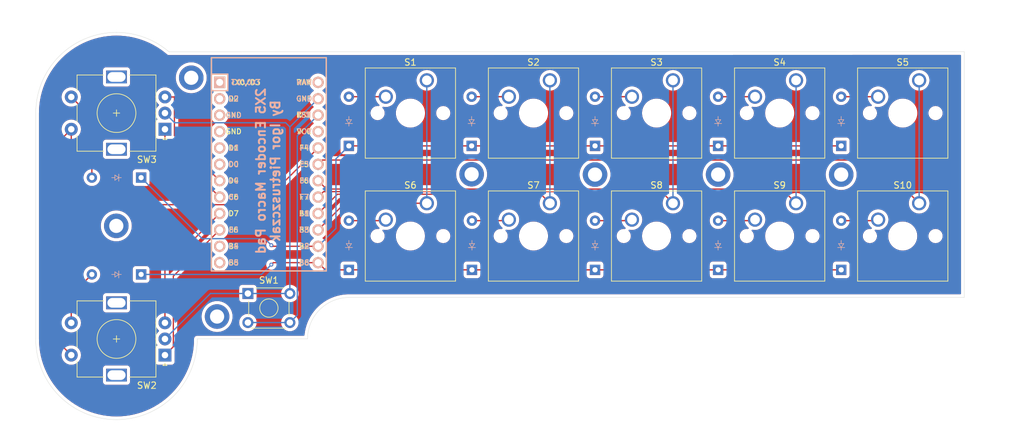
<source format=kicad_pcb>
(kicad_pcb (version 20240108) (generator "pcbnew") (generator_version "8.0")
  (layers (0 "F.Cu" signal) (31 "B.Cu" signal) (34 "B.Paste" user) (35 "F.Paste" user) (36 "B.SilkS" user "B.Silkscreen") (37 "F.SilkS" user "F.Silkscreen") (38 "B.Mask" user) (39 "F.Mask" user) (44 "Edge.Cuts" user))
  (net 0 "")
  (net 1 "ROW 0")
  (net 2 "Net-(D1-A)")
  (net 3 "Net-(D2-A)")
  (net 4 "Net-(D3-A)")
  (net 5 "Net-(D4-A)")
  (net 6 "Net-(D5-A)")
  (net 7 "ROW 1")
  (net 8 "Net-(D6-A)")
  (net 9 "Net-(D7-A)")
  (net 10 "Net-(D8-A)")
  (net 11 "Net-(D9-A)")
  (net 12 "Net-(D10-A)")
  (net 13 "Net-(D11-A)")
  (net 14 "Net-(D12-A)")
  (net 15 "COLUMN 0")
  (net 16 "COLUMN 1")
  (net 17 "COLUMN 2")
  (net 18 "COLUMN 3")
  (net 19 "COLUMN 4")
  (net 20 "RESET")
  (net 21 "GND")
  (net 22 "ENC 2A")
  (net 23 "COLUMN 5")
  (net 24 "ENC 2B")
  (net 25 "ENC 1B")
  (net 26 "ENC 1A")
  (footprint "Button_Switch_Keyboard:SW_Cherry_MX_1.00u_PCB" (layer "F.Cu") (at 154.28 41.77)
    (property "Reference" "S4" (at -2.54 -2.794 0) (layer "F.SilkS"))
    (property "Value" "Keyswitch")
    (fp_line (start -9.525 -1.905) (end 4.445 -1.905) (stroke (width 0.12)) (layer "F.SilkS"))
    (fp_line (start -9.525 12.065) (end -9.525 -1.905) (stroke (width 0.12)) (layer "F.SilkS"))
    (fp_line (start 4.445 -1.905) (end 4.445 12.065) (stroke (width 0.12)) (layer "F.SilkS"))
    (fp_line (start 4.445 12.065) (end -9.525 12.065) (stroke (width 0.12)) (layer "F.SilkS"))
    (pad "" np_thru_hole circle (at -7.62 5.08) (size 1.7 1.7) (drill 1.7) (layers "*.Cu" "*.Mask"))
    (pad "" np_thru_hole circle (at -2.54 5.08) (size 4 4) (drill 4) (layers "*.Cu" "*.Mask"))
    (pad "" np_thru_hole circle (at 2.54 5.08) (size 1.7 1.7) (drill 1.7) (layers "*.Cu" "*.Mask"))
    (pad "1" thru_hole circle (at 0 0) (size 2.2 2.2) (drill 1.5) (layers "*.Cu" "*.Mask") (net 18 "COLUMN 3"))
    (pad "2" thru_hole circle (at -6.35 2.54) (size 2.2 2.2) (drill 1.5) (layers "*.Cu" "*.Mask") (net 5 "Net-(D4-A)"))
  )
  (footprint "MountingHole:MountingHole_2.2mm_M2_DIN965_Pad_TopBottom" (layer "F.Cu") (at 123.165 56.375)
    (property "Reference" "REF**" (hide yes))
    (property "Value" "MountingHole_2.2mm_M2_DIN965_Pad_TopBottom" (hide yes))
    (pad "1" thru_hole circle (at 0 0) (size 2.6 2.6) (drill 2.2) (layers "*.Cu" "*.Mask"))
    (pad "1" connect circle (at 0 0) (size 3.8 3.8) (layers "F.Cu" "F.Mask"))
    (pad "1" connect circle (at 0 0) (size 3.8 3.8) (layers "B.Cu" "B.Mask"))
  )
  (footprint "Button_Switch_Keyboard:SW_Cherry_MX_1.00u_PCB" (layer "F.Cu") (at 97.13 60.82)
    (property "Reference" "S6" (at -2.54 -2.794 0) (layer "F.SilkS"))
    (property "Value" "Keyswitch")
    (fp_line (start -9.525 -1.905) (end 4.445 -1.905) (stroke (width 0.12)) (layer "F.SilkS"))
    (fp_line (start -9.525 12.065) (end -9.525 -1.905) (stroke (width 0.12)) (layer "F.SilkS"))
    (fp_line (start 4.445 -1.905) (end 4.445 12.065) (stroke (width 0.12)) (layer "F.SilkS"))
    (fp_line (start 4.445 12.065) (end -9.525 12.065) (stroke (width 0.12)) (layer "F.SilkS"))
    (pad "" np_thru_hole circle (at -7.62 5.08) (size 1.7 1.7) (drill 1.7) (layers "*.Cu" "*.Mask"))
    (pad "" np_thru_hole circle (at -2.54 5.08) (size 4 4) (drill 4) (layers "*.Cu" "*.Mask"))
    (pad "" np_thru_hole circle (at 2.54 5.08) (size 1.7 1.7) (drill 1.7) (layers "*.Cu" "*.Mask"))
    (pad "1" thru_hole circle (at 0 0) (size 2.2 2.2) (drill 1.5) (layers "*.Cu" "*.Mask") (net 15 "COLUMN 0"))
    (pad "2" thru_hole circle (at -6.35 2.54) (size 2.2 2.2) (drill 1.5) (layers "*.Cu" "*.Mask") (net 8 "Net-(D6-A)"))
  )
  (footprint "Button_Switch_Keyboard:SW_Cherry_MX_1.00u_PCB" (layer "F.Cu") (at 154.28 60.82)
    (property "Reference" "S9" (at -2.54 -2.794 0) (layer "F.SilkS"))
    (property "Value" "Keyswitch")
    (fp_line (start -9.525 -1.905) (end 4.445 -1.905) (stroke (width 0.12)) (layer "F.SilkS"))
    (fp_line (start -9.525 12.065) (end -9.525 -1.905) (stroke (width 0.12)) (layer "F.SilkS"))
    (fp_line (start 4.445 -1.905) (end 4.445 12.065) (stroke (width 0.12)) (layer "F.SilkS"))
    (fp_line (start 4.445 12.065) (end -9.525 12.065) (stroke (width 0.12)) (layer "F.SilkS"))
    (pad "" np_thru_hole circle (at -7.62 5.08) (size 1.7 1.7) (drill 1.7) (layers "*.Cu" "*.Mask"))
    (pad "" np_thru_hole circle (at -2.54 5.08) (size 4 4) (drill 4) (layers "*.Cu" "*.Mask"))
    (pad "" np_thru_hole circle (at 2.54 5.08) (size 1.7 1.7) (drill 1.7) (layers "*.Cu" "*.Mask"))
    (pad "1" thru_hole circle (at 0 0) (size 2.2 2.2) (drill 1.5) (layers "*.Cu" "*.Mask") (net 18 "COLUMN 3"))
    (pad "2" thru_hole circle (at -6.35 2.54) (size 2.2 2.2) (drill 1.5) (layers "*.Cu" "*.Mask") (net 11 "Net-(D9-A)"))
  )
  (footprint "Button_Switch_Keyboard:SW_Cherry_MX_1.00u_PCB" (layer "F.Cu") (at 116.18 60.82)
    (property "Reference" "S7" (at -2.54 -2.794 0) (layer "F.SilkS"))
    (property "Value" "Keyswitch")
    (fp_line (start -9.525 -1.905) (end 4.445 -1.905) (stroke (width 0.12)) (layer "F.SilkS"))
    (fp_line (start -9.525 12.065) (end -9.525 -1.905) (stroke (width 0.12)) (layer "F.SilkS"))
    (fp_line (start 4.445 -1.905) (end 4.445 12.065) (stroke (width 0.12)) (layer "F.SilkS"))
    (fp_line (start 4.445 12.065) (end -9.525 12.065) (stroke (width 0.12)) (layer "F.SilkS"))
    (pad "" np_thru_hole circle (at -7.62 5.08) (size 1.7 1.7) (drill 1.7) (layers "*.Cu" "*.Mask"))
    (pad "" np_thru_hole circle (at -2.54 5.08) (size 4 4) (drill 4) (layers "*.Cu" "*.Mask"))
    (pad "" np_thru_hole circle (at 2.54 5.08) (size 1.7 1.7) (drill 1.7) (layers "*.Cu" "*.Mask"))
    (pad "1" thru_hole circle (at 0 0) (size 2.2 2.2) (drill 1.5) (layers "*.Cu" "*.Mask") (net 16 "COLUMN 1"))
    (pad "2" thru_hole circle (at -6.35 2.54) (size 2.2 2.2) (drill 1.5) (layers "*.Cu" "*.Mask") (net 9 "Net-(D7-A)"))
  )
  (footprint "Button_Switch_Keyboard:SW_Cherry_MX_1.00u_PCB" (layer "F.Cu") (at 173.33 41.77)
    (property "Reference" "S5" (at -2.54 -2.794 0) (layer "F.SilkS"))
    (property "Value" "Keyswitch")
    (fp_line (start -9.525 -1.905) (end 4.445 -1.905) (stroke (width 0.12)) (layer "F.SilkS"))
    (fp_line (start -9.525 12.065) (end -9.525 -1.905) (stroke (width 0.12)) (layer "F.SilkS"))
    (fp_line (start 4.445 -1.905) (end 4.445 12.065) (stroke (width 0.12)) (layer "F.SilkS"))
    (fp_line (start 4.445 12.065) (end -9.525 12.065) (stroke (width 0.12)) (layer "F.SilkS"))
    (pad "" np_thru_hole circle (at -7.62 5.08) (size 1.7 1.7) (drill 1.7) (layers "*.Cu" "*.Mask"))
    (pad "" np_thru_hole circle (at -2.54 5.08) (size 4 4) (drill 4) (layers "*.Cu" "*.Mask"))
    (pad "" np_thru_hole circle (at 2.54 5.08) (size 1.7 1.7) (drill 1.7) (layers "*.Cu" "*.Mask"))
    (pad "1" thru_hole circle (at 0 0) (size 2.2 2.2) (drill 1.5) (layers "*.Cu" "*.Mask") (net 19 "COLUMN 4"))
    (pad "2" thru_hole circle (at -6.35 2.54) (size 2.2 2.2) (drill 1.5) (layers "*.Cu" "*.Mask") (net 6 "Net-(D5-A)"))
  )
  (footprint "MountingHole:MountingHole_2.2mm_M2_DIN965_Pad_TopBottom" (layer "F.Cu") (at 104.065 56.325)
    (property "Reference" "REF**" (hide yes))
    (property "Value" "MountingHole_2.2mm_M2_DIN965_Pad_TopBottom" (hide yes))
    (pad "1" thru_hole circle (at 0 0) (size 2.6 2.6) (drill 2.2) (layers "*.Cu" "*.Mask"))
    (pad "1" connect circle (at 0 0) (size 3.8 3.8) (layers "F.Cu" "F.Mask"))
    (pad "1" connect circle (at 0 0) (size 3.8 3.8) (layers "B.Cu" "B.Mask"))
  )
  (footprint "MountingHole:MountingHole_2.2mm_M2_DIN965_Pad_TopBottom" (layer "F.Cu") (at 161.265 56.375)
    (property "Reference" "REF**" (hide yes))
    (property "Value" "MountingHole_2.2mm_M2_DIN965_Pad_TopBottom" (hide yes))
    (pad "1" thru_hole circle (at 0 0) (size 2.6 2.6) (drill 2.2) (layers "*.Cu" "*.Mask"))
    (pad "1" connect circle (at 0 0) (size 3.8 3.8) (layers "F.Cu" "F.Mask"))
    (pad "1" connect circle (at 0 0) (size 3.8 3.8) (layers "B.Cu" "B.Mask"))
  )
  (footprint "MountingHole:MountingHole_2.2mm_M2_DIN965_Pad_TopBottom" (layer "F.Cu") (at 60.665 41.375)
    (property "Reference" "REF**" (hide yes))
    (property "Value" "MountingHole_2.2mm_M2_DIN965_Pad_TopBottom" (hide yes))
    (pad "1" thru_hole circle (at 0 0) (size 2.6 2.6) (drill 2.2) (layers "*.Cu" "*.Mask"))
    (pad "1" connect circle (at 0 0) (size 3.8 3.8) (layers "F.Cu" "F.Mask"))
    (pad "1" connect circle (at 0 0) (size 3.8 3.8) (layers "B.Cu" "B.Mask"))
  )
  (footprint "Button_Switch_THT:SW_TH_Tactile_Omron_B3F-10xx" (layer "F.Cu") (at 69.4325 74.8075)
    (property "Reference" "SW1" (at 3.25 -2.05 0) (layer "F.SilkS"))
    (property "Value" "SW_DPST_x2")
    (fp_line (start 0.13 3.4) (end 0.13 1.2) (stroke (width 0.12)) (layer "F.SilkS"))
    (fp_line (start 0.6 5.37) (end 5.8 5.37) (stroke (width 0.12)) (layer "F.SilkS"))
    (fp_line (start 1.2 -0.87) (end 5.6 -0.87) (stroke (width 0.12)) (layer "F.SilkS"))
    (fp_line (start 6.37 1.2) (end 6.37 3.4) (stroke (width 0.12)) (layer "F.SilkS"))
    (fp_circle (center 3.25 2.25) (end 4.25 3.25) (stroke (width 0.12)) (fill none) (layer "F.SilkS"))
    (pad "1" thru_hole rect (at 0 0) (size 1.7 1.7) (drill 1) (layers "*.Cu" "*.Mask") (net 21 "GND"))
    (pad "1" thru_hole circle (at 6.5 0) (size 1.7 1.7) (drill 1) (layers "*.Cu" "*.Mask") (net 21 "GND"))
    (pad "2" thru_hole circle (at 0 4.5) (size 1.7 1.7) (drill 1) (layers "*.Cu" "*.Mask") (net 20 "RESET"))
    (pad "2" thru_hole circle (at 6.5 4.5) (size 1.7 1.7) (drill 1) (layers "*.Cu" "*.Mask") (net 20 "RESET"))
  )
  (footprint "MountingHole:MountingHole_2.2mm_M2_DIN965_Pad_TopBottom" (layer "F.Cu") (at 142.215 56.375)
    (property "Reference" "REF**" (hide yes))
    (property "Value" "MountingHole_2.2mm_M2_DIN965_Pad_TopBottom" (hide yes))
    (pad "1" thru_hole circle (at 0 0) (size 2.6 2.6) (drill 2.2) (layers "*.Cu" "*.Mask"))
    (pad "1" connect circle (at 0 0) (size 3.8 3.8) (layers "F.Cu" "F.Mask"))
    (pad "1" connect circle (at 0 0) (size 3.8 3.8) (layers "B.Cu" "B.Mask"))
  )
  (footprint "ScottoKeebs_MCU:Arduino_Pro_Micro" (layer "F.Cu") (at 72.6825 56.0575)
    (property "Reference" "U1" (hide yes))
    (property "Value" "Arduino_Pro_Micro" (hide yes))
    (fp_line (start -8.89 -17.78) (end -8.89 15.24) (stroke (width 0.2)) (layer "B.SilkS"))
    (fp_line (start -8.89 15.24) (end 8.89 15.24) (stroke (width 0.2)) (layer "B.SilkS"))
    (fp_line (start -6.35 -15.24) (end -8.89 -15.24) (stroke (width 0.2)) (layer "B.SilkS"))
    (fp_line (start -6.35 -15.24) (end -6.35 -12.7) (stroke (width 0.2)) (layer "B.SilkS"))
    (fp_line (start -6.35 -12.7) (end -8.89 -12.7) (stroke (width 0.2)) (layer "B.SilkS"))
    (fp_line (start 8.89 -17.78) (end -8.89 -17.78) (stroke (width 0.2)) (layer "B.SilkS"))
    (fp_line (start 8.89 15.24) (end 8.89 -17.78) (stroke (width 0.2)) (layer "B.SilkS"))
    (fp_poly (pts (xy 5.844635 -9.35097) (xy 5.844635 -9.25097) (xy 6.344635 -9.25097) (xy 6.344635 -9.35097)) (stroke (width 0.15)) (fill solid) (layer "B.SilkS"))
    (fp_poly (pts (xy 5.844635 -9.35097) (xy 5.844635 -9.05097) (xy 5.944635 -9.05097) (xy 5.944635 -9.35097)) (stroke (width 0.15)) (fill solid) (layer "B.SilkS"))
    (fp_poly (pts (xy 5.844635 -8.75097) (xy 5.844635 -8.55097) (xy 5.944635 -8.55097) (xy 5.944635 -8.75097)) (stroke (width 0.15)) (fill solid) (layer "B.SilkS"))
    (fp_poly (pts (xy 6.044635 -8.95097) (xy 6.044635 -8.85097) (xy 6.144635 -8.85097) (xy 6.144635 -8.95097)) (stroke (width 0.15)) (fill solid) (layer "B.SilkS"))
    (fp_poly (pts (xy 6.244635 -9.35097) (xy 6.244635 -8.55097) (xy 6.344635 -8.55097) (xy 6.344635 -9.35097)) (stroke (width 0.15)) (fill solid) (layer "B.SilkS"))
    (fp_line (start -8.89 -17.78) (end -8.89 15.24) (stroke (width 0.2)) (layer "F.SilkS"))
    (fp_line (start -8.89 15.24) (end 8.89 15.24) (stroke (width 0.2)) (layer "F.SilkS"))
    (fp_line (start -6.35 -15.24) (end -8.89 -15.24) (stroke (width 0.2)) (layer "F.SilkS"))
    (fp_line (start -6.35 -15.24) (end -6.35 -12.7) (stroke (width 0.2)) (layer "F.SilkS"))
    (fp_line (start -6.35 -12.7) (end -8.89 -12.7) (stroke (width 0.2)) (layer "F.SilkS"))
    (fp_line (start 8.89 -17.78) (end -8.89 -17.78) (stroke (width 0.2)) (layer "F.SilkS"))
    (fp_line (start 8.89 15.24) (end 8.89 -17.78) (stroke (width 0.2)) (layer "F.SilkS"))
    (fp_poly (pts (xy 4.531568 -9.36064) (xy 4.531568 -8.56064) (xy 4.431568 -8.56064) (xy 4.431568 -9.36064)) (stroke (width 0.15)) (fill solid) (layer "F.SilkS"))
    (fp_poly (pts (xy 4.731568 -8.96064) (xy 4.731568 -8.86064) (xy 4.631568 -8.86064) (xy 4.631568 -8.96064)) (stroke (width 0.15)) (fill solid) (layer "F.SilkS"))
    (fp_poly (pts (xy 4.931568 -9.36064) (xy 4.931568 -9.26064) (xy 4.431568 -9.26064) (xy 4.431568 -9.36064)) (stroke (width 0.15)) (fill solid) (layer "F.SilkS"))
    (fp_poly (pts (xy 4.931568 -9.36064) (xy 4.931568 -9.06064) (xy 4.831568 -9.06064) (xy 4.831568 -9.36064)) (stroke (width 0.15)) (fill solid) (layer "F.SilkS"))
    (fp_poly (pts (xy 4.931568 -8.76064) (xy 4.931568 -8.56064) (xy 4.831568 -8.56064) (xy 4.831568 -8.76064)) (stroke (width 0.15)) (fill solid) (layer "F.SilkS"))
    (fp_text user "VCC" (at 5.461 -6.35 0) (layer "B.SilkS") (effects (font (size 0.8 0.8)) (justify mirror)))
    (fp_text user "D4" (at -5.461 1.27 0) (layer "B.SilkS") (effects (font (size 0.8 0.8)) (justify mirror)))
    (fp_text user "B2" (at 5.461 11.43 0) (layer "B.SilkS") (effects (font (size 0.8 0.8)) (justify mirror)))
    (fp_text user "RAW" (at 5.461 -13.97 0) (layer "B.SilkS") (effects (font (size 0.8 0.8)) (justify mirror)))
    (fp_text user "B1" (at 5.461 6.35 0) (layer "B.SilkS") (effects (font (size 0.8 0.8)) (justify mirror)))
    (fp_text user "D1" (at -5.461 -3.81 0) (layer "B.SilkS") (effects (font (size 0.8 0.8)) (justify mirror)))
    (fp_text user "B4" (at -5.461 11.43 0) (layer "B.SilkS") (effects (font (size 0.8 0.8)) (justify mirror)))
    (fp_text user "F4" (at 5.461 -3.81 0) (layer "B.SilkS") (effects (font (size 0.8 0.8)) (justify mirror)))
    (fp_text user "C6" (at -5.461 3.81 0) (layer "B.SilkS") (effects (font (size 0.8 0.8)) (justify mirror)))
    (fp_text user "TX0/D3" (at -3.571872 -13.97 0) (layer "B.SilkS") (effects (font (size 0.8 0.8)) (justify mirror)))
    (fp_text user "GND" (at 5.461 -11.43 0) (layer "B.SilkS") (effects (font (size 0.8 0.8)) (justify mirror)))
    (fp_text user "D2" (at -5.461 -11.43 0) (layer "B.SilkS") (effects (font (size 0.8 0.8)) (justify mirror)))
    (fp_text user "F5" (at 5.461 -1.27 0) (layer "B.SilkS") (effects (font (size 0.8 0.8)) (justify mirror)))
    (fp_text user "F6" (at 5.461 1.27 0) (layer "B.SilkS") (effects (font (size 0.8 0.8)) (justify mirror)))
    (fp_text user "B3" (at 5.461 8.89 0) (layer "B.SilkS") (effects (font (size 0.8 0.8)) (justify mirror)))
    (fp_text user "F7" (at 5.461 3.81 0) (layer "B.SilkS") (effects (font (size 0.8 0.8)) (justify mirror)))
    (fp_text user "ST" (at 5.04 -8.91 0) (layer "B.SilkS") (effects (font (size 0.8 0.8)) (justify mirror)))
    (fp_text user "D0" (at -5.461 -1.27 0) (layer "B.SilkS") (effects (font (size 0.8 0.8)) (justify mirror)))
    (fp_text user "GND" (at -5.461 -8.89 0) (layer "B.SilkS") (effects (font (size 0.8 0.8)) (justify mirror)))
    (fp_text user "E6" (at -5.461 8.89 0) (layer "B.SilkS") (effects (font (size 0.8 0.8)) (justify mirror)))
    (fp_text user "B6" (at 5.461 13.97 0) (layer "B.SilkS") (effects (font (size 0.8 0.8)) (justify mirror)))
    (fp_text user "B5" (at -5.461 13.97 0) (layer "B.SilkS") (effects (font (size 0.8 0.8)) (justify mirror)))
    (fp_text user "B1" (at 5.461 6.35 0) (layer "F.SilkS") (effects (font (size 0.8 0.8))))
    (fp_text user "C6" (at -5.461 3.81 0) (layer "F.SilkS") (effects (font (size 0.8 0.8))))
    (fp_text user "VCC" (at 5.461 -6.35 0) (layer "F.SilkS") (effects (font (size 0.8 0.8))))
    (fp_text user "F4" (at 5.461 -3.81 0) (layer "F.SilkS") (effects (font (size 0.8 0.8))))
    (fp_text user "ST" (at 5.73312 -8.92 0) (layer "F.SilkS") (effects (font (size 0.8 0.8))))
    (fp_text user "B6" (at 5.461 13.97 0) (layer "F.SilkS") (effects (font (size 0.8 0.8))))
    (fp_text user "D1" (at -5.461 -3.81 0) (layer "F.SilkS") (effects (font (size 0.8 0.8))))
    (fp_text user "F6" (at 5.461 1.27 0) (layer "F.SilkS") (effects (font (size 0.8 0.8))))
    (fp_text user "GND" (at -5.461 -6.35 0) (layer "F.SilkS") (effects (font (size 0.8 0.8))))
    (fp_text user "GND" (at -5.461 -8.89 0) (layer "F.SilkS") (effects (font (size 0.8 0.8))))
    (fp_text user "TX0/D3" (at -3.571872 -13.97 0) (layer "F.SilkS") (effects (font (size 0.8 0.8))))
    (fp_text user "D4" (at -5.461 1.27 0) (layer "F.SilkS") (effects (font (size 0.8 0.8))))
    (fp_text user "D2" (at -5.461 -11.43 0) (layer "F.SilkS") (effects (font (size 0.8 0.8))))
    (fp_text user "D7" (at -5.461 6.35 0) (layer "F.SilkS") (effects (font (size 0.8 0.8))))
    (fp_text user "RAW" (at 5.461 -13.97 0) (layer "F.SilkS") (effects (font (size 0.8 0.8))))
    (fp_text user "D0" (at -5.461 -1.27 0) (layer "F.SilkS") (effects (font (size 0.8 0.8))))
    (fp_text user "B5" (at -5.461 13.97 0) (layer "F.SilkS") (effects (font (size 0.8 0.8))))
    (fp_text user "B4" (at -5.461 11.43 0) (layer "F.SilkS") (effects (font (size 0.8 0.8))))
    (fp_text user "F7" (at 5.461 3.81 0) (layer "F.SilkS") (effects (font (size 0.8 0.8))))
    (fp_text user "F5" (at 5.461 -1.27 0) (layer "F.SilkS") (effects (font (size 0.8 0.8))))
    (fp_text user "E6" (at -5.461 8.89 0) (layer "F.SilkS") (effects (font (size 0.8 0.8))))
    (fp_text user "B3" (at 5.461 8.89 0) (layer "F.SilkS") (effects (font (size 0.8 0.8))))
    (fp_text user "B2" (at 5.461 11.43 0) (layer "F.SilkS") (effects (font (size 0.8 0.8))))
    (fp_text user "GND" (at 5.461 -11.43 0) (layer "F.SilkS") (effects (font (size 0.8 0.8))))
    (pad "1" thru_hole rect (at -7.62 -13.97 270) (size 1.7526 1.7526) (drill 1.0922) (layers "*.Cu" "*.SilkS" "*.Mask"))
    (pad "2" thru_hole circle (at -7.62 -11.43 270) (size 1.7526 1.7526) (drill 1.0922) (layers "*.Cu" "*.SilkS" "*.Mask"))
    (pad "3" thru_hole circle (at -7.62 -8.89 270) (size 1.7526 1.7526) (drill 1.0922) (layers "*.Cu" "*.SilkS" "*.Mask"))
    (pad "4" thru_hole circle (at -7.62 -6.35 270) (size 1.7526 1.7526) (drill 1.0922) (layers "*.Cu" "*.SilkS" "*.Mask"))
    (pad "5" thru_hole circle (at -7.62 -3.81 270) (size 1.7526 1.7526) (drill 1.0922) (layers "*.Cu" "*.SilkS" "*.Mask"))
    (pad "6" thru_hole circle (at -7.62 -1.27 270) (size 1.7526 1.7526) (drill 1.0922) (layers "*.Cu" "*.SilkS" "*.Mask"))
    (pad "7" thru_hole circle (at -7.62 1.27 270) (size 1.7526 1.7526) (drill 1.0922) (layers "*.Cu" "*.SilkS" "*.Mask") (net 25 "ENC 1B"))
    (pad "8" thru_hole circle (at -7.62 3.81 270) (size 1.7526 1.7526) (drill 1.0922) (layers "*.Cu" "*.SilkS" "*.Mask") (net 26 "ENC 1A"))
    (pad "9" thru_hole circle (at -7.62 6.35 270) (size 1.7526 1.7526) (drill 1.0922) (layers "*.Cu" "*.SilkS" "*.Mask") (net 24 "ENC 2B"))
    (pad "10" thru_hole circle (at -7.62 8.89 270) (size 1.7526 1.7526) (drill 1.0922) (layers "*.Cu" "*.SilkS" "*.Mask") (net 22 "ENC 2A"))
    (pad "11" thru_hole circle (at -7.62 11.43 270) (size 1.7526 1.7526) (drill 1.0922) (layers "*.Cu" "*.SilkS" "*.Mask"))
    (pad "12" thru_hole circle (at -7.62 13.97 270) (size 1.7526 1.7526) (drill 1.0922) (layers "*.Cu" "*.SilkS" "*.Mask"))
    (pad "13" thru_hole circle (at 7.62 13.97 270) (size 1.7526 1.7526) (drill 1.0922) (layers "*.Cu" "*.SilkS" "*.Mask") (net 7 "ROW 1"))
    (pad "14" thru_hole circle (at 7.62 11.43 270) (size 1.7526 1.7526) (drill 1.0922) (layers "*.Cu" "*.SilkS" "*.Mask") (net 1 "ROW 0"))
    (pad "15" thru_hole circle (at 7.62 8.89 270) (size 1.7526 1.7526) (drill 1.0922) (layers "*.Cu" "*.SilkS" "*.Mask") (net 15 "COLUMN 0"))
    (pad "16" thru_hole circle (at 7.62 6.35 270) (size 1.7526 1.7526) (drill 1.0922) (layers "*.Cu" "*.SilkS" "*.Mask") (net 16 "COLUMN 1"))
    (pad "17" thru_hole circle (at 7.62 3.81 270) (size 1.7526 1.7526) (drill 1.0922) (layers "*.Cu" "*.SilkS" "*.Mask") (net 17 "COLUMN 2"))
    (pad "18" thru_hole circle (at 7.62 1.27 270) (size 1.7526 1.7526) (drill 1.0922) (layers "*.Cu" "*.SilkS" "*.Mask") (net 18 "COLUMN 3"))
    (pad "19" thru_hole circle (at 7.62 -1.27 270) (size 1.7526 1.7526) (drill 1.0922) (layers "*.Cu" "*.SilkS" "*.Mask") (net 19 "COLUMN 4"))
    (pad "20" thru_hole circle (at 7.62 -3.81 270) (size 1.7526 1.7526) (drill 1.0922) (layers "*.Cu" "*.SilkS" "*.Mask") (net 23 "COLUMN 5"))
    (pad "21" thru_hole circle (at 7.62 -6.35 270) (size 1.7526 1.7526) (drill 1.0922) (layers "*.Cu" "*.SilkS" "*.Mask"))
    (pad "22" thru_hole circle (at 7.62 -8.89 270) (size 1.7526 1.7526) (drill 1.0922) (layers "*.Cu" "*.SilkS" "*.Mask") (net 20 "RESET"))
    (pad "23" thru_hole circle (at 7.62 -11.43 270) (size 1.7526 1.7526) (drill 1.0922) (layers "*.Cu" "*.SilkS" "*.Mask") (net 21 "GND"))
    (pad "24" thru_hole circle (at 7.62 -13.97 270) (size 1.7526 1.7526) (drill 1.0922) (layers "*.Cu" "*.SilkS" "*.Mask"))
  )
  (footprint "MountingHole:MountingHole_2.2mm_M2_DIN965_Pad_TopBottom" (layer "F.Cu") (at 64.665 78.375)
    (property "Reference" "REF**" (hide yes))
    (property "Value" "MountingHole_2.2mm_M2_DIN965_Pad_TopBottom" (hide yes))
    (pad "1" thru_hole circle (at 0 0) (size 2.6 2.6) (drill 2.2) (layers "*.Cu" "*.Mask"))
    (pad "1" connect circle (at 0 0) (size 3.8 3.8) (layers "F.Cu" "F.Mask"))
    (pad "1" connect circle (at 0 0) (size 3.8 3.8) (layers "B.Cu" "B.Mask"))
  )
  (footprint "Button_Switch_Keyboard:SW_Cherry_MX_1.00u_PCB" (layer "F.Cu") (at 97.13 41.77)
    (property "Reference" "S1" (at -2.54 -2.794 0) (layer "F.SilkS"))
    (property "Value" "Keyswitch")
    (fp_line (start -9.525 -1.905) (end 4.445 -1.905) (stroke (width 0.12)) (layer "F.SilkS"))
    (fp_line (start -9.525 12.065) (end -9.525 -1.905) (stroke (width 0.12)) (layer "F.SilkS"))
    (fp_line (start 4.445 -1.905) (end 4.445 12.065) (stroke (width 0.12)) (layer "F.SilkS"))
    (fp_line (start 4.445 12.065) (end -9.525 12.065) (stroke (width 0.12)) (layer "F.SilkS"))
    (pad "" np_thru_hole circle (at -7.62 5.08) (size 1.7 1.7) (drill 1.7) (layers "*.Cu" "*.Mask"))
    (pad "" np_thru_hole circle (at -2.54 5.08) (size 4 4) (drill 4) (layers "*.Cu" "*.Mask"))
    (pad "" np_thru_hole circle (at 2.54 5.08) (size 1.7 1.7) (drill 1.7) (layers "*.Cu" "*.Mask"))
    (pad "1" thru_hole circle (at 0 0) (size 2.2 2.2) (drill 1.5) (layers "*.Cu" "*.Mask") (net 15 "COLUMN 0"))
    (pad "2" thru_hole circle (at -6.35 2.54) (size 2.2 2.2) (drill 1.5) (layers "*.Cu" "*.Mask") (net 2 "Net-(D1-A)"))
  )
  (footprint "Rotary_Encoder:RotaryEncoder_Alps_EC11E-Switch_Vertical_H20mm" (layer "F.Cu") (at 56.59625 49.35 180)
    (property "Reference" "SW3" (at 2.8 -4.7 180) (layer "F.SilkS"))
    (property "Value" "RotaryEncoder_Switch")
    (fp_line (start 13.6 8.4) (end 9.5 8.4) (stroke (width 0.12)) (layer "F.SilkS"))
    (fp_line (start 13.6 6) (end 13.6 8.4) (stroke (width 0.12)) (layer "F.SilkS"))
    (fp_line (start 13.6 1.2) (end 13.6 3.8) (stroke (width 0.12)) (layer "F.SilkS"))
    (fp_line (start 13.6 -3.4) (end 13.6 -1) (stroke (width 0.12)) (layer "F.SilkS"))
    (fp_line (start 9.5 -3.4) (end 13.6 -3.4) (stroke (width 0.12)) (layer "F.SilkS"))
    (fp_line (start 7.5 2) (end 7.5 3) (stroke (width 0.12)) (layer "F.SilkS"))
    (fp_line (start 7 2.5) (end 8 2.5) (stroke (width 0.12)) (layer "F.SilkS"))
    (fp_line (start 5.5 8.4) (end 1.4 8.4) (stroke (width 0.12)) (layer "F.SilkS"))
    (fp_line (start 5.5 -3.4) (end 1.4 -3.4) (stroke (width 0.12)) (layer "F.SilkS"))
    (fp_line (start 1.4 -3.4) (end 1.4 8.4) (stroke (width 0.12)) (layer "F.SilkS"))
    (fp_line (start 0.3 -1.6) (end 0 -1.3) (stroke (width 0.12)) (layer "F.SilkS"))
    (fp_line (start 0 -1.3) (end -0.3 -1.6) (stroke (width 0.12)) (layer "F.SilkS"))
    (fp_line (start -0.3 -1.6) (end 0.3 -1.6) (stroke (width 0.12)) (layer "F.SilkS"))
    (fp_circle (center 7.5 2.5) (end 10.5 2.5) (stroke (width 0.12)) (fill none) (layer "F.SilkS"))
    (pad "A" thru_hole rect (at 0 0 180) (size 2 2) (drill 1) (layers "*.Cu" "*.Mask") (net 26 "ENC 1A"))
    (pad "B" thru_hole circle (at 0 5 180) (size 2 2) (drill 1) (layers "*.Cu" "*.Mask") (net 25 "ENC 1B"))
    (pad "C" thru_hole circle (at 0 2.5 180) (size 2 2) (drill 1) (layers "*.Cu" "*.Mask") (net 21 "GND"))
    (pad "MP" thru_hole rect (at 7.5 -3.1 180) (size 3.2 2) (drill oval 2.8 1.5) (layers "*.Cu" "*.Mask"))
    (pad "MP" thru_hole rect (at 7.5 8.1 180) (size 3.2 2) (drill oval 2.8 1.5) (layers "*.Cu" "*.Mask"))
    (pad "S1" thru_hole circle (at 14.5 5 180) (size 2 2) (drill 1) (layers "*.Cu" "*.Mask") (net 13 "Net-(D11-A)"))
    (pad "S2" thru_hole circle (at 14.5 0 180) (size 2 2) (drill 1) (layers "*.Cu" "*.Mask") (net 23 "COLUMN 5"))
  )
  (footprint "Button_Switch_Keyboard:SW_Cherry_MX_1.00u_PCB" (layer "F.Cu") (at 116.18 41.77)
    (property "Reference" "S2" (at -2.54 -2.794 0) (layer "F.SilkS"))
    (property "Value" "Keyswitch")
    (fp_line (start -9.525 -1.905) (end 4.445 -1.905) (stroke (width 0.12)) (layer "F.SilkS"))
    (fp_line (start -9.525 12.065) (end -9.525 -1.905) (stroke (width 0.12)) (layer "F.SilkS"))
    (fp_line (start 4.445 -1.905) (end 4.445 12.065) (stroke (width 0.12)) (layer "F.SilkS"))
    (fp_line (start 4.445 12.065) (end -9.525 12.065) (stroke (width 0.12)) (layer "F.SilkS"))
    (pad "" np_thru_hole circle (at -7.62 5.08) (size 1.7 1.7) (drill 1.7) (layers "*.Cu" "*.Mask"))
    (pad "" np_thru_hole circle (at -2.54 5.08) (size 4 4) (drill 4) (layers "*.Cu" "*.Mask"))
    (pad "" np_thru_hole circle (at 2.54 5.08) (size 1.7 1.7) (drill 1.7) (layers "*.Cu" "*.Mask"))
    (pad "1" thru_hole circle (at 0 0) (size 2.2 2.2) (drill 1.5) (layers "*.Cu" "*.Mask") (net 16 "COLUMN 1"))
    (pad "2" thru_hole circle (at -6.35 2.54) (size 2.2 2.2) (drill 1.5) (layers "*.Cu" "*.Mask") (net 3 "Net-(D2-A)"))
  )
  (footprint "MountingHole:MountingHole_2.2mm_M2_DIN965_Pad_TopBottom" (layer "F.Cu") (at 49.065 64.325)
    (property "Reference" "REF**" (hide yes))
    (property "Value" "MountingHole_2.2mm_M2_DIN965_Pad_TopBottom" (hide yes))
    (pad "1" thru_hole circle (at 0 0) (size 2.6 2.6) (drill 2.2) (layers "*.Cu" "*.Mask"))
    (pad "1" connect circle (at 0 0) (size 3.8 3.8) (layers "F.Cu" "F.Mask"))
    (pad "1" connect circle (at 0 0) (size 3.8 3.8) (layers "B.Cu" "B.Mask"))
  )
  (footprint "Rotary_Encoder:RotaryEncoder_Alps_EC11E-Switch_Vertical_H20mm" (layer "F.Cu") (at 56.59625 84.35 180)
    (property "Reference" "SW2" (at 2.8 -4.7 180) (layer "F.SilkS"))
    (property "Value" "RotaryEncoder_Switch")
    (fp_line (start 13.6 8.4) (end 9.5 8.4) (stroke (width 0.12)) (layer "F.SilkS"))
    (fp_line (start 13.6 6) (end 13.6 8.4) (stroke (width 0.12)) (layer "F.SilkS"))
    (fp_line (start 13.6 1.2) (end 13.6 3.8) (stroke (width 0.12)) (layer "F.SilkS"))
    (fp_line (start 13.6 -3.4) (end 13.6 -1) (stroke (width 0.12)) (layer "F.SilkS"))
    (fp_line (start 9.5 -3.4) (end 13.6 -3.4) (stroke (width 0.12)) (layer "F.SilkS"))
    (fp_line (start 7.5 2) (end 7.5 3) (stroke (width 0.12)) (layer "F.SilkS"))
    (fp_line (start 7 2.5) (end 8 2.5) (stroke (width 0.12)) (layer "F.SilkS"))
    (fp_line (start 5.5 8.4) (end 1.4 8.4) (stroke (width 0.12)) (layer "F.SilkS"))
    (fp_line (start 5.5 -3.4) (end 1.4 -3.4) (stroke (width 0.12)) (layer "F.SilkS"))
    (fp_line (start 1.4 -3.4) (end 1.4 8.4) (stroke (width 0.12)) (layer "F.SilkS"))
    (fp_line (start 0.3 -1.6) (end 0 -1.3) (stroke (width 0.12)) (layer "F.SilkS"))
    (fp_line (start 0 -1.3) (end -0.3 -1.6) (stroke (width 0.12)) (layer "F.SilkS"))
    (fp_line (start -0.3 -1.6) (end 0.3 -1.6) (stroke (width 0.12)) (layer "F.SilkS"))
    (fp_circle (center 7.5 2.5) (end 10.5 2.5) (stroke (width 0.12)) (fill none) (layer "F.SilkS"))
    (pad "A" thru_hole rect (at 0 0 180) (size 2 2) (drill 1) (layers "*.Cu" "*.Mask") (net 22 "ENC 2A"))
    (pad "B" thru_hole circle (at 0 5 180) (size 2 2) (drill 1) (layers "*.Cu" "*.Mask") (net 24 "ENC 2B"))
    (pad "C" thru_hole circle (at 0 2.5 180) (size 2 2) (drill 1) (layers "*.Cu" "*.Mask") (net 21 "GND"))
    (pad "MP" thru_hole rect (at 7.5 -3.1 180) (size 3.2 2) (drill oval 2.8 1.5) (layers "*.Cu" "*.Mask"))
    (pad "MP" thru_hole rect (at 7.5 8.1 180) (size 3.2 2) (drill oval 2.8 1.5) (layers "*.Cu" "*.Mask"))
    (pad "S1" thru_hole circle (at 14.5 5 180) (size 2 2) (drill 1) (layers "*.Cu" "*.Mask") (net 14 "Net-(D12-A)"))
    (pad "S2" thru_hole circle (at 14.5 0 180) (size 2 2) (drill 1) (layers "*.Cu" "*.Mask") (net 23 "COLUMN 5"))
  )
  (footprint "Button_Switch_Keyboard:SW_Cherry_MX_1.00u_PCB" (layer "F.Cu") (at 135.23 41.77)
    (property "Reference" "S3" (at -2.54 -2.794 0) (layer "F.SilkS"))
    (property "Value" "Keyswitch")
    (fp_line (start -9.525 -1.905) (end 4.445 -1.905) (stroke (width 0.12)) (layer "F.SilkS"))
    (fp_line (start -9.525 12.065) (end -9.525 -1.905) (stroke (width 0.12)) (layer "F.SilkS"))
    (fp_line (start 4.445 -1.905) (end 4.445 12.065) (stroke (width 0.12)) (layer "F.SilkS"))
    (fp_line (start 4.445 12.065) (end -9.525 12.065) (stroke (width 0.12)) (layer "F.SilkS"))
    (pad "" np_thru_hole circle (at -7.62 5.08) (size 1.7 1.7) (drill 1.7) (layers "*.Cu" "*.Mask"))
    (pad "" np_thru_hole circle (at -2.54 5.08) (size 4 4) (drill 4) (layers "*.Cu" "*.Mask"))
    (pad "" np_thru_hole circle (at 2.54 5.08) (size 1.7 1.7) (drill 1.7) (layers "*.Cu" "*.Mask"))
    (pad "1" thru_hole circle (at 0 0) (size 2.2 2.2) (drill 1.5) (layers "*.Cu" "*.Mask") (net 17 "COLUMN 2"))
    (pad "2" thru_hole circle (at -6.35 2.54) (size 2.2 2.2) (drill 1.5) (layers "*.Cu" "*.Mask") (net 4 "Net-(D3-A)"))
  )
  (footprint "Button_Switch_Keyboard:SW_Cherry_MX_1.00u_PCB" (layer "F.Cu") (at 135.23 60.82)
    (property "Reference" "S8" (at -2.54 -2.794 0) (layer "F.SilkS"))
    (property "Value" "Keyswitch")
    (fp_line (start -9.525 -1.905) (end 4.445 -1.905) (stroke (width 0.12)) (layer "F.SilkS"))
    (fp_line (start -9.525 12.065) (end -9.525 -1.905) (stroke (width 0.12)) (layer "F.SilkS"))
    (fp_line (start 4.445 -1.905) (end 4.445 12.065) (stroke (width 0.12)) (layer "F.SilkS"))
    (fp_line (start 4.445 12.065) (end -9.525 12.065) (stroke (width 0.12)) (layer "F.SilkS"))
    (pad "" np_thru_hole circle (at -7.62 5.08) (size 1.7 1.7) (drill 1.7) (layers "*.Cu" "*.Mask"))
    (pad "" np_thru_hole circle (at -2.54 5.08) (size 4 4) (drill 4) (layers "*.Cu" "*.Mask"))
    (pad "" np_thru_hole circle (at 2.54 5.08) (size 1.7 1.7) (drill 1.7) (layers "*.Cu" "*.Mask"))
    (pad "1" thru_hole circle (at 0 0) (size 2.2 2.2) (drill 1.5) (layers "*.Cu" "*.Mask") (net 17 "COLUMN 2"))
    (pad "2" thru_hole circle (at -6.35 2.54) (size 2.2 2.2) (drill 1.5) (layers "*.Cu" "*.Mask") (net 10 "Net-(D8-A)"))
  )
  (footprint "Button_Switch_Keyboard:SW_Cherry_MX_1.00u_PCB" (layer "F.Cu") (at 173.33 60.82)
    (property "Reference" "S10" (at -2.54 -2.794 0) (layer "F.SilkS"))
    (property "Value" "Keyswitch")
    (fp_line (start -9.525 -1.905) (end 4.445 -1.905) (stroke (width 0.12)) (layer "F.SilkS"))
    (fp_line (start -9.525 12.065) (end -9.525 -1.905) (stroke (width 0.12)) (layer "F.SilkS"))
    (fp_line (start 4.445 -1.905) (end 4.445 12.065) (stroke (width 0.12)) (layer "F.SilkS"))
    (fp_line (start 4.445 12.065) (end -9.525 12.065) (stroke (width 0.12)) (layer "F.SilkS"))
    (pad "" np_thru_hole circle (at -7.62 5.08) (size 1.7 1.7) (drill 1.7) (layers "*.Cu" "*.Mask"))
    (pad "" np_thru_hole circle (at -2.54 5.08) (size 4 4) (drill 4) (layers "*.Cu" "*.Mask"))
    (pad "" np_thru_hole circle (at 2.54 5.08) (size 1.7 1.7) (drill 1.7) (layers "*.Cu" "*.Mask"))
    (pad "1" thru_hole circle (at 0 0) (size 2.2 2.2) (drill 1.5) (layers "*.Cu" "*.Mask") (net 19 "COLUMN 4"))
    (pad "2" thru_hole circle (at -6.35 2.54) (size 2.2 2.2) (drill 1.5) (layers "*.Cu" "*.Mask") (net 12 "Net-(D10-A)"))
  )
  (footprint "ScottoKeebs_Components:Diode_DO-35" (layer "B.Cu") (at 161.265 71.13875 90)
    (property "Reference" "D10" (hide yes))
    (property "Value" "D" (hide yes))
    (fp_line (start 3.46 -0.55) (end 3.46 0.55) (stroke (width 0.1)) (layer "B.SilkS"))
    (fp_line (start 4.06 -0.4) (end 4.06 0.4) (stroke (width 0.1)) (layer "B.SilkS"))
    (fp_line (start 4.56 0) (end 4.06 0) (stroke (width 0.1)) (layer "B.SilkS"))
    (fp_line (start 3.46 0) (end 4.06 -0.4) (stroke (width 0.1)) (layer "B.SilkS"))
    (fp_line (start 3.46 0) (end 3.06 0) (stroke (width 0.1)) (layer "B.SilkS"))
    (fp_line (start 4.06 0.4) (end 3.46 0) (stroke (width 0.1)) (layer "B.SilkS"))
    (pad "1" thru_hole rect (at 0 0 90) (size 1.6 1.6) (drill 0.8) (layers "*.Cu" "*.Mask") (net 7 "ROW 1"))
    (pad "2" thru_hole oval (at 7.62 0 90) (size 1.6 1.6) (drill 0.8) (layers "*.Cu" "*.Mask") (net 12 "Net-(D10-A)"))
  )
  (footprint "ScottoKeebs_Components:Diode_DO-35" (layer "B.Cu") (at 85.065 71.13875 90)
    (property "Reference" "D6" (hide yes))
    (property "Value" "D" (hide yes))
    (fp_line (start 3.46 -0.55) (end 3.46 0.55) (stroke (width 0.1)) (layer "B.SilkS"))
    (fp_line (start 4.06 -0.4) (end 4.06 0.4) (stroke (width 0.1)) (layer "B.SilkS"))
    (fp_line (start 4.56 0) (end 4.06 0) (stroke (width 0.1)) (layer "B.SilkS"))
    (fp_line (start 3.46 0) (end 4.06 -0.4) (stroke (width 0.1)) (layer "B.SilkS"))
    (fp_line (start 3.46 0) (end 3.06 0) (stroke (width 0.1)) (layer "B.SilkS"))
    (fp_line (start 4.06 0.4) (end 3.46 0) (stroke (width 0.1)) (layer "B.SilkS"))
    (pad "1" thru_hole rect (at 0 0 90) (size 1.6 1.6) (drill 0.8) (layers "*.Cu" "*.Mask") (net 7 "ROW 1"))
    (pad "2" thru_hole oval (at 7.62 0 90) (size 1.6 1.6) (drill 0.8) (layers "*.Cu" "*.Mask") (net 8 "Net-(D6-A)"))
  )
  (footprint "ScottoKeebs_Components:Diode_DO-35" (layer "B.Cu") (at 104.115 71.13875 90)
    (property "Reference" "D7" (hide yes))
    (property "Value" "D" (hide yes))
    (fp_line (start 3.46 -0.55) (end 3.46 0.55) (stroke (width 0.1)) (layer "B.SilkS"))
    (fp_line (start 4.06 -0.4) (end 4.06 0.4) (stroke (width 0.1)) (layer "B.SilkS"))
    (fp_line (start 4.56 0) (end 4.06 0) (stroke (width 0.1)) (layer "B.SilkS"))
    (fp_line (start 3.46 0) (end 4.06 -0.4) (stroke (width 0.1)) (layer "B.SilkS"))
    (fp_line (start 3.46 0) (end 3.06 0) (stroke (width 0.1)) (layer "B.SilkS"))
    (fp_line (start 4.06 0.4) (end 3.46 0) (stroke (width 0.1)) (layer "B.SilkS"))
    (pad "1" thru_hole rect (at 0 0 90) (size 1.6 1.6) (drill 0.8) (layers "*.Cu" "*.Mask") (net 7 "ROW 1"))
    (pad "2" thru_hole oval (at 7.62 0 90) (size 1.6 1.6) (drill 0.8) (layers "*.Cu" "*.Mask") (net 9 "Net-(D7-A)"))
  )
  (footprint "ScottoKeebs_Components:Diode_DO-35" (layer "B.Cu") (at 85.065 51.93 90)
    (property "Reference" "D1" (hide yes))
    (property "Value" "D" (hide yes))
    (fp_line (start 3.46 -0.55) (end 3.46 0.55) (stroke (width 0.1)) (layer "B.SilkS"))
    (fp_line (start 4.06 -0.4) (end 4.06 0.4) (stroke (width 0.1)) (layer "B.SilkS"))
    (fp_line (start 4.56 0) (end 4.06 0) (stroke (width 0.1)) (layer "B.SilkS"))
    (fp_line (start 3.46 0) (end 4.06 -0.4) (stroke (width 0.1)) (layer "B.SilkS"))
    (fp_line (start 3.46 0) (end 3.06 0) (stroke (width 0.1)) (layer "B.SilkS"))
    (fp_line (start 4.06 0.4) (end 3.46 0) (stroke (width 0.1)) (layer "B.SilkS"))
    (pad "1" thru_hole rect (at 0 0 90) (size 1.6 1.6) (drill 0.8) (layers "*.Cu" "*.Mask") (net 1 "ROW 0"))
    (pad "2" thru_hole oval (at 7.62 0 90) (size 1.6 1.6) (drill 0.8) (layers "*.Cu" "*.Mask") (net 2 "Net-(D1-A)"))
  )
  (footprint "ScottoKeebs_Components:Diode_DO-35" (layer "B.Cu") (at 142.215 71.13875 90)
    (property "Reference" "D9" (hide yes))
    (property "Value" "D" (hide yes))
    (fp_line (start 3.46 -0.55) (end 3.46 0.55) (stroke (width 0.1)) (layer "B.SilkS"))
    (fp_line (start 4.06 -0.4) (end 4.06 0.4) (stroke (width 0.1)) (layer "B.SilkS"))
    (fp_line (start 4.56 0) (end 4.06 0) (stroke (width 0.1)) (layer "B.SilkS"))
    (fp_line (start 3.46 0) (end 4.06 -0.4) (stroke (width 0.1)) (layer "B.SilkS"))
    (fp_line (start 3.46 0) (end 3.06 0) (stroke (width 0.1)) (layer "B.SilkS"))
    (fp_line (start 4.06 0.4) (end 3.46 0) (stroke (width 0.1)) (layer "B.SilkS"))
    (pad "1" thru_hole rect (at 0 0 90) (size 1.6 1.6) (drill 0.8) (layers "*.Cu" "*.Mask") (net 7 "ROW 1"))
    (pad "2" thru_hole oval (at 7.62 0 90) (size 1.6 1.6) (drill 0.8) (layers "*.Cu" "*.Mask") (net 11 "Net-(D9-A)"))
  )
  (footprint "ScottoKeebs_Components:Diode_DO-35" (layer "B.Cu") (at 142.215 51.93 90)
    (property "Reference" "D4" (hide yes))
    (property "Value" "D" (hide yes))
    (fp_line (start 3.46 -0.55) (end 3.46 0.55) (stroke (width 0.1)) (layer "B.SilkS"))
    (fp_line (start 4.06 -0.4) (end 4.06 0.4) (stroke (width 0.1)) (layer "B.SilkS"))
    (fp_line (start 4.56 0) (end 4.06 0) (stroke (width 0.1)) (layer "B.SilkS"))
    (fp_line (start 3.46 0) (end 4.06 -0.4) (stroke (width 0.1)) (layer "B.SilkS"))
    (fp_line (start 3.46 0) (end 3.06 0) (stroke (width 0.1)) (layer "B.SilkS"))
    (fp_line (start 4.06 0.4) (end 3.46 0) (stroke (width 0.1)) (layer "B.SilkS"))
    (pad "1" thru_hole rect (at 0 0 90) (size 1.6 1.6) (drill 0.8) (layers "*.Cu" "*.Mask") (net 1 "ROW 0"))
    (pad "2" thru_hole oval (at 7.62 0 90) (size 1.6 1.6) (drill 0.8) (layers "*.Cu" "*.Mask") (net 5 "Net-(D4-A)"))
  )
  (footprint "ScottoKeebs_Components:Diode_DO-35" (layer "B.Cu") (at 52.90625 71.85 180)
    (property "Reference" "D12" (hide yes))
    (property "Value" "D" (hide yes))
    (fp_line (start 4.56 0) (end 4.06 0) (stroke (width 0.1)) (layer "B.SilkS"))
    (fp_line (start 4.06 0.4) (end 3.46 0) (stroke (width 0.1)) (layer "B.SilkS"))
    (fp_line (start 4.06 -0.4) (end 4.06 0.4) (stroke (width 0.1)) (layer "B.SilkS"))
    (fp_line (start 3.46 0) (end 4.06 -0.4) (stroke (width 0.1)) (layer "B.SilkS"))
    (fp_line (start 3.46 0) (end 3.06 0) (stroke (width 0.1)) (layer "B.SilkS"))
    (fp_line (start 3.46 -0.55) (end 3.46 0.55) (stroke (width 0.1)) (layer "B.SilkS"))
    (pad "1" thru_hole rect (at 0 0 180) (size 1.6 1.6) (drill 0.8) (layers "*.Cu" "*.Mask") (net 7 "ROW 1"))
    (pad "2" thru_hole oval (at 7.62 0 180) (size 1.6 1.6) (drill 0.8) (layers "*.Cu" "*.Mask") (net 14 "Net-(D12-A)"))
  )
  (footprint "ScottoKeebs_Components:Diode_DO-35" (layer "B.Cu") (at 104.065 51.93 90)
    (property "Reference" "D2" (hide yes))
    (property "Value" "D" (hide yes))
    (fp_line (start 3.46 -0.55) (end 3.46 0.55) (stroke (width 0.1)) (layer "B.SilkS"))
    (fp_line (start 4.06 -0.4) (end 4.06 0.4) (stroke (width 0.1)) (layer "B.SilkS"))
    (fp_line (start 4.56 0) (end 4.06 0) (stroke (width 0.1)) (layer "B.SilkS"))
    (fp_line (start 3.46 0) (end 4.06 -0.4) (stroke (width 0.1)) (layer "B.SilkS"))
    (fp_line (start 3.46 0) (end 3.06 0) (stroke (width 0.1)) (layer "B.SilkS"))
    (fp_line (start 4.06 0.4) (end 3.46 0) (stroke (width 0.1)) (layer "B.SilkS"))
    (pad "1" thru_hole rect (at 0 0 90) (size 1.6 1.6) (drill 0.8) (layers "*.Cu" "*.Mask") (net 1 "ROW 0"))
    (pad "2" thru_hole oval (at 7.62 0 90) (size 1.6 1.6) (drill 0.8) (layers "*.Cu" "*.Mask") (net 3 "Net-(D2-A)"))
  )
  (footprint "ScottoKeebs_Components:Diode_DO-35" (layer "B.Cu") (at 123.165 71.13875 90)
    (property "Reference" "D8" (hide yes))
    (property "Value" "D" (hide yes))
    (fp_line (start 3.46 -0.55) (end 3.46 0.55) (stroke (width 0.1)) (layer "B.SilkS"))
    (fp_line (start 4.06 -0.4) (end 4.06 0.4) (stroke (width 0.1)) (layer "B.SilkS"))
    (fp_line (start 4.56 0) (end 4.06 0) (stroke (width 0.1)) (layer "B.SilkS"))
    (fp_line (start 3.46 0) (end 4.06 -0.4) (stroke (width 0.1)) (layer "B.SilkS"))
    (fp_line (start 3.46 0) (end 3.06 0) (stroke (width 0.1)) (layer "B.SilkS"))
    (fp_line (start 4.06 0.4) (end 3.46 0) (stroke (width 0.1)) (layer "B.SilkS"))
    (pad "1" thru_hole rect (at 0 0 90) (size 1.6 1.6) (drill 0.8) (layers "*.Cu" "*.Mask") (net 7 "ROW 1"))
    (pad "2" thru_hole oval (at 7.62 0 90) (size 1.6 1.6) (drill 0.8) (layers "*.Cu" "*.Mask") (net 10 "Net-(D8-A)"))
  )
  (footprint "ScottoKeebs_Components:Diode_DO-35" (layer "B.Cu") (at 52.90625 56.85 180)
    (property "Reference" "D11" (hide yes))
    (property "Value" "D" (hide yes))
    (fp_line (start 4.56 0) (end 4.06 0) (stroke (width 0.1)) (layer "B.SilkS"))
    (fp_line (start 4.06 0.4) (end 3.46 0) (stroke (width 0.1)) (layer "B.SilkS"))
    (fp_line (start 4.06 -0.4) (end 4.06 0.4) (stroke (width 0.1)) (layer "B.SilkS"))
    (fp_line (start 3.46 0) (end 4.06 -0.4) (stroke (width 0.1)) (layer "B.SilkS"))
    (fp_line (start 3.46 0) (end 3.06 0) (stroke (width 0.1)) (layer "B.SilkS"))
    (fp_line (start 3.46 -0.55) (end 3.46 0.55) (stroke (width 0.1)) (layer "B.SilkS"))
    (pad "1" thru_hole rect (at 0 0 180) (size 1.6 1.6) (drill 0.8) (layers "*.Cu" "*.Mask") (net 1 "ROW 0"))
    (pad "2" thru_hole oval (at 7.62 0 180) (size 1.6 1.6) (drill 0.8) (layers "*.Cu" "*.Mask") (net 13 "Net-(D11-A)"))
  )
  (footprint "ScottoKeebs_Components:Diode_DO-35" (layer "B.Cu") (at 161.265 51.93 90)
    (property "Reference" "D5" (hide yes))
    (property "Value" "D" (hide yes))
    (fp_line (start 3.46 -0.55) (end 3.46 0.55) (stroke (width 0.1)) (layer "B.SilkS"))
    (fp_line (start 4.06 -0.4) (end 4.06 0.4) (stroke (width 0.1)) (layer "B.SilkS"))
    (fp_line (start 4.56 0) (end 4.06 0) (stroke (width 0.1)) (layer "B.SilkS"))
    (fp_line (start 3.46 0) (end 4.06 -0.4) (stroke (width 0.1)) (layer "B.SilkS"))
    (fp_line (start 3.46 0) (end 3.06 0) (stroke (width 0.1)) (layer "B.SilkS"))
    (fp_line (start 4.06 0.4) (end 3.46 0) (stroke (width 0.1)) (layer "B.SilkS"))
    (pad "1" thru_hole rect (at 0 0 90) (size 1.6 1.6) (drill 0.8) (layers "*.Cu" "*.Mask") (net 1 "ROW 0"))
    (pad "2" thru_hole oval (at 7.62 0 90) (size 1.6 1.6) (drill 0.8) (layers "*.Cu" "*.Mask") (net 6 "Net-(D5-A)"))
  )
  (footprint "ScottoKeebs_Components:Diode_DO-35" (layer "B.Cu") (at 123.165 51.93 90)
    (property "Reference" "D3" (hide yes))
    (property "Value" "D" (hide yes))
    (fp_line (start 3.46 -0.55) (end 3.46 0.55) (stroke (width 0.1)) (layer "B.SilkS"))
    (fp_line (start 4.06 -0.4) (end 4.06 0.4) (stroke (width 0.1)) (layer "B.SilkS"))
    (fp_line (start 4.56 0) (end 4.06 0) (stroke (width 0.1)) (layer "B.SilkS"))
    (fp_line (start 3.46 0) (end 4.06 -0.4) (stroke (width 0.1)) (layer "B.SilkS"))
    (fp_line (start 3.46 0) (end 3.06 0) (stroke (width 0.1)) (layer "B.SilkS"))
    (fp_line (start 4.06 0.4) (end 3.46 0) (stroke (width 0.1)) (layer "B.SilkS"))
    (pad "1" thru_hole rect (at 0 0 90) (size 1.6 1.6) (drill 0.8) (layers "*.Cu" "*.Mask") (net 1 "ROW 0"))
    (pad "2" thru_hole oval (at 7.62 0 90) (size 1.6 1.6) (drill 0.8) (layers "*.Cu" "*.Mask") (net 4 "Net-(D3-A)"))
  )
  (gr_arc (start 49.09625 34.35) (mid 53.433078 35.126437) (end 57.231142 37.359292) (stroke (width 0.05)) (layer "Edge.Cuts"))
  (gr_arc (start 49.09625 94.35) (mid 40.257415 90.688835) (end 36.59625 81.85) (stroke (width 0.05)) (layer "Edge.Cuts"))
  (gr_arc (start 61.59625 81.85) (mid 57.935085 90.688835) (end 49.09625 94.35) (stroke (width 0.05)) (layer "Edge.Cuts"))
  (gr_arc (start 78.671175 81.85) (mid 80.542001 77.317848) (end 85.065 75.425001) (stroke (width 0.05)) (layer "Edge.Cuts"))
  (gr_line (start 180.315 75.425) (end 85.065 75.425) (stroke (width 0.05)) (layer "Edge.Cuts"))
  (gr_line (start 57.231142 37.359292) (end 180.315 37.325) (stroke (width 0.05)) (layer "Edge.Cuts"))
  (gr_line (start 180.315 37.325) (end 180.315 75.425) (stroke (width 0.05)) (layer "Edge.Cuts"))
  (gr_line (start 36.59625 81.85) (end 36.59625 46.85) (stroke (width 0.05)) (layer "Edge.Cuts"))
  (gr_line (start 78.671175 81.85) (end 61.59625 81.85) (stroke (width 0.05)) (layer "Edge.Cuts"))
  (gr_arc (start 36.59625 46.85) (mid 40.257415 38.011165) (end 49.09625 34.35) (stroke (width 0.05)) (layer "Edge.Cuts"))
  (gr_text "2X5 Encoder Macro Pad\nBy Igor Pietruszczak" (at 72.565 55.825 90) (layer "B.SilkS") (effects (font (size 1.4 1.4) (thickness 0.3) (bold yes)) (justify mirror)))
  (segment (start 73.2275 67.4875) (end 80.3025 67.4875) (width 0.2) (layer "F.Cu") (net 1))
  (segment (start 73.065 67.325) (end 73.2275 67.4875) (width 0.2) (layer "F.Cu") (net 1))
  (segment (start 123.165 51.93) (end 142.215 51.93) (width 0.2) (layer "F.Cu") (net 1))
  (segment (start 85.065 51.93) (end 104.065 51.93) (width 0.2) (layer "F.Cu") (net 1))
  (segment (start 104.065 51.93) (end 123.165 51.93) (width 0.2) (layer "F.Cu") (net 1))
  (segment (start 142.215 51.93) (end 161.265 51.93) (width 0.2) (layer "F.Cu") (net 1))
  (via (at 73.065 67.325) (size 0.6) (drill 0.3) (layers "F.Cu" "B.Cu") (net 1))
  (segment (start 85.065 51.93) (end 83.065 53.93) (width 0.2) (layer "B.Cu") (net 1))
  (segment (start 72.0512 66.3112) (end 73.065 67.325) (width 0.2) (layer "B.Cu") (net 1))
  (segment (start 52.90625 56.85) (end 62.36745 66.3112) (width 0.2) (layer "B.Cu") (net 1))
  (segment (start 83.065 53.93) (end 83.065 64.725) (width 0.2) (layer "B.Cu") (net 1))
  (segment (start 83.065 64.725) (end 80.3025 67.4875) (width 0.2) (layer "B.Cu") (net 1))
  (segment (start 62.36745 66.3112) (end 72.0512 66.3112) (width 0.2) (layer "B.Cu") (net 1))
  (segment (start 90.78 44.31) (end 85.065 44.31) (width 0.2) (layer "F.Cu") (net 2))
  (segment (start 109.83 44.31) (end 104.065 44.31) (width 0.2) (layer "F.Cu") (net 3))
  (segment (start 123.165 44.31) (end 128.88 44.31) (width 0.2) (layer "F.Cu") (net 4))
  (segment (start 142.215 44.31) (end 147.93 44.31) (width 0.2) (layer "F.Cu") (net 5))
  (segment (start 161.265 44.31) (end 166.98 44.31) (width 0.2) (layer "F.Cu") (net 6))
  (segment (start 81.41375 71.13875) (end 80.3025 70.0275) (width 0.2) (layer "F.Cu") (net 7))
  (segment (start 123.165 71.13875) (end 104.115 71.13875) (width 0.2) (layer "F.Cu") (net 7))
  (segment (start 142.215 71.13875) (end 123.165 71.13875) (width 0.2) (layer "F.Cu") (net 7))
  (segment (start 104.115 71.13875) (end 85.065 71.13875) (width 0.2) (layer "F.Cu") (net 7))
  (segment (start 161.265 71.13875) (end 142.215 71.13875) (width 0.2) (layer "F.Cu") (net 7))
  (segment (start 85.065 71.13875) (end 81.41375 71.13875) (width 0.2) (layer "F.Cu") (net 7))
  (segment (start 73.065 70.325) (end 73.3625 70.0275) (width 0.2) (layer "F.Cu") (net 7))
  (segment (start 73.3625 70.0275) (end 80.3025 70.0275) (width 0.2) (layer "F.Cu") (net 7))
  (via (at 73.065 70.325) (size 0.6) (drill 0.3) (layers "F.Cu" "B.Cu") (net 7))
  (segment (start 52.90625 71.85) (end 71.54 71.85) (width 0.2) (layer "B.Cu") (net 7))
  (segment (start 71.54 71.85) (end 73.065 70.325) (width 0.2) (layer "B.Cu") (net 7))
  (segment (start 85.065 63.51875) (end 90.62125 63.51875) (width 0.2) (layer "F.Cu") (net 8))
  (segment (start 90.62125 63.51875) (end 90.78 63.36) (width 0.2) (layer "F.Cu") (net 8))
  (segment (start 109.67125 63.51875) (end 109.83 63.36) (width 0.2) (layer "F.Cu") (net 9))
  (segment (start 104.115 63.51875) (end 109.67125 63.51875) (width 0.2) (layer "F.Cu") (net 9))
  (segment (start 128.72125 63.51875) (end 128.88 63.36) (width 0.2) (layer "F.Cu") (net 10))
  (segment (start 123.165 63.51875) (end 128.72125 63.51875) (width 0.2) (layer "F.Cu") (net 10))
  (segment (start 147.77125 63.51875) (end 147.93 63.36) (width 0.2) (layer "F.Cu") (net 11))
  (segment (start 142.215 63.51875) (end 147.77125 63.51875) (width 0.2) (layer "F.Cu") (net 11))
  (segment (start 161.265 63.51875) (end 166.82125 63.51875) (width 0.2) (layer "F.Cu") (net 12))
  (segment (start 166.82125 63.51875) (end 166.98 63.36) (width 0.2) (layer "F.Cu") (net 12))
  (segment (start 45.28625 47.54) (end 45.28625 56.85) (width 0.2) (layer "F.Cu") (net 13))
  (segment (start 42.09625 44.35) (end 45.28625 47.54) (width 0.2) (layer "F.Cu") (net 13))
  (segment (start 42.09625 75.04) (end 45.28625 71.85) (width 0.2) (layer "F.Cu") (net 14))
  (segment (start 42.09625 79.35) (end 42.09625 75.04) (width 0.2) (layer "F.Cu") (net 14))
  (segment (start 97.13 60.82) (end 84.43 60.82) (width 0.2) (layer "F.Cu") (net 15))
  (segment (start 84.43 60.82) (end 80.3025 64.9475) (width 0.2) (layer "F.Cu") (net 15))
  (segment (start 97.13 60.82) (end 97.13 41.77) (width 0.2) (layer "B.Cu") (net 15))
  (segment (start 116.18 60.82) (end 114.78 59.42) (width 0.2) (layer "F.Cu") (net 16))
  (segment (start 83.29 59.42) (end 80.3025 62.4075) (width 0.2) (layer "F.Cu") (net 16))
  (segment (start 114.78 59.42) (end 83.29 59.42) (width 0.2) (layer "F.Cu") (net 16))
  (segment (start 116.18 60.82) (end 116.18 41.77) (width 0.2) (layer "B.Cu") (net 16))
  (segment (start 81.15 59.02) (end 80.3025 59.8675) (width 0.2) (layer "F.Cu") (net 17))
  (segment (start 135.23 60.82) (end 133.43 59.02) (width 0.2) (layer "F.Cu") (net 17))
  (segment (start 133.43 59.02) (end 81.15 59.02) (width 0.2) (layer "F.Cu") (net 17))
  (segment (start 135.23 60.82) (end 135.23 41.77) (width 0.2) (layer "B.Cu") (net 17))
  (segment (start 152.08 58.62) (end 81.595 58.62) (width 0.2) (layer "F.Cu") (net 18))
  (segment (start 81.595 58.62) (end 80.3025 57.3275) (width 0.2) (layer "F.Cu") (net 18))
  (segment (start 154.28 60.82) (end 152.08 58.62) (width 0.2) (layer "F.Cu") (net 18))
  (segment (start 154.28 60.82) (end 154.28 41.77) (width 0.2) (layer "B.Cu") (net 18))
  (segment (start 80.965 54.125) (end 80.3025 54.7875) (width 0.2) (layer "F.Cu") (net 19))
  (segment (start 166.635 54.125) (end 80.965 54.125) (width 0.2) (layer "F.Cu") (net 19))
  (segment (start 173.33 60.82) (end 166.635 54.125) (width 0.2) (layer "F.Cu") (net 19))
  (segment (start 173.33 60.82) (end 173.33 41.77) (width 0.2) (layer "B.Cu") (net 19))
  (segment (start 75.9325 79.3075) (end 77.0825 78.1575) (width 0.2) (layer "B.Cu") (net 20))
  (segment (start 75.9325 79.3075) (end 69.4325 79.3075) (width 0.2) (layer "B.Cu") (net 20))
  (segment (start 77.0825 50.3875) (end 80.3025 47.1675) (width 0.2) (layer "B.Cu") (net 20))
  (segment (start 77.0825 78.1575) (end 77.0825 50.3875) (width 0.2) (layer "B.Cu") (net 20))
  (segment (start 56.59625 46.85) (end 58.09005 48.3438) (width 0.2) (layer "B.Cu") (net 21))
  (segment (start 58.09005 48.3438) (end 75.2788 48.3438) (width 0.2) (layer "B.Cu") (net 21))
  (segment (start 75.9325 74.8075) (end 75.9325 48.9975) (width 0.2) (layer "B.Cu") (net 21))
  (segment (start 75.2788 48.3438) (end 75.9325 48.9975) (width 0.2) (layer "B.Cu") (net 21))
  (segment (start 63.63875 74.8075) (end 69.4325 74.8075) (width 0.2) (layer "B.Cu") (net 21))
  (segment (start 75.9325 74.8075) (end 69.4325 74.8075) (width 0.2) (layer "B.Cu") (net 21))
  (segment (start 56.59625 81.85) (end 63.63875 74.8075) (width 0.2) (layer "B.Cu") (net 21))
  (segment (start 75.9325 48.9975) (end 80.3025 44.6275) (width 0.2) (layer "B.Cu") (net 21))
  (segment (start 57.89625 72.11375) (end 65.0625 64.9475) (width 0.2) (layer "F.Cu") (net 22))
  (segment (start 57.89625 83.05) (end 57.89625 72.11375) (width 0.2) (layer "F.Cu") (net 22))
  (segment (start 56.59625 84.35) (end 57.89625 83.05) (width 0.2) (layer "F.Cu") (net 22))
  (segment (start 71.5062 61.0438) (end 45.7838 61.0438) (width 0.2) (layer "F.Cu") (net 23))
  (segment (start 40.79625 83.05) (end 42.09625 84.35) (width 0.2) (layer "F.Cu") (net 23))
  (segment (start 40.79 83.05) (end 40.79625 83.05) (width 0.2) (layer "F.Cu") (net 23))
  (segment (start 80.3025 52.2475) (end 71.5062 61.0438) (width 0.2) (layer "F.Cu") (net 23))
  (segment (start 40.065 51.38125) (end 40.065 82.325) (width 0.2) (layer "F.Cu") (net 23))
  (segment (start 40.065 82.325) (end 40.79 83.05) (width 0.2) (layer "F.Cu") (net 23))
  (segment (start 45.7838 61.0438) (end 42.09625 57.35625) (width 0.2) (layer "F.Cu") (net 23))
  (segment (start 42.09625 57.35625) (end 42.09625 49.35) (width 0.2) (layer "F.Cu") (net 23))
  (segment (start 42.09625 49.35) (end 40.065 51.38125) (width 0.2) (layer "F.Cu") (net 23))
  (segment (start 56.59625 70.87375) (end 65.0625 62.4075) (width 0.2) (layer "F.Cu") (net 24))
  (segment (start 56.59625 79.35) (end 56.59625 70.87375) (width 0.2) (layer "F.Cu") (net 24))
  (segment (start 58.065 50.33) (end 65.0625 57.3275) (width 0.2) (layer "F.Cu") (net 25))
  (segment (start 56.59625 44.35) (end 58.04 44.35) (width 0.2) (layer "F.Cu") (net 25))
  (segment (start 58.065 44.325) (end 58.065 50.33) (width 0.2) (layer "F.Cu") (net 25))
  (segment (start 58.04 44.35) (end 58.065 44.325) (width 0.2) (layer "F.Cu") (net 25))
  (segment (start 56.59625 49.35) (end 56.59625 51.40125) (width 0.2) (layer "F.Cu") (net 26))
  (segment (start 56.59625 51.40125) (end 65.0625 59.8675) (width 0.2) (layer "F.Cu") (net 26))
  (zone (net 0) (net_name "") (layers "F&B.Cu") (connect_pads (clearance 0.5)) (min_thickness 0.25) (fill yes (thermal_gap 0.5) (thermal_bridge_width 0.5) (island_removal_mode 1) (island_area_min 10))
    (polygon (pts (xy 94.565 29.325) (xy 31.065 30.325) (xy 34.065 97.325) (xy 171.065 97.825) (xy 189.565 72.325) (xy 187.065 31.825)))
  )
)
</source>
